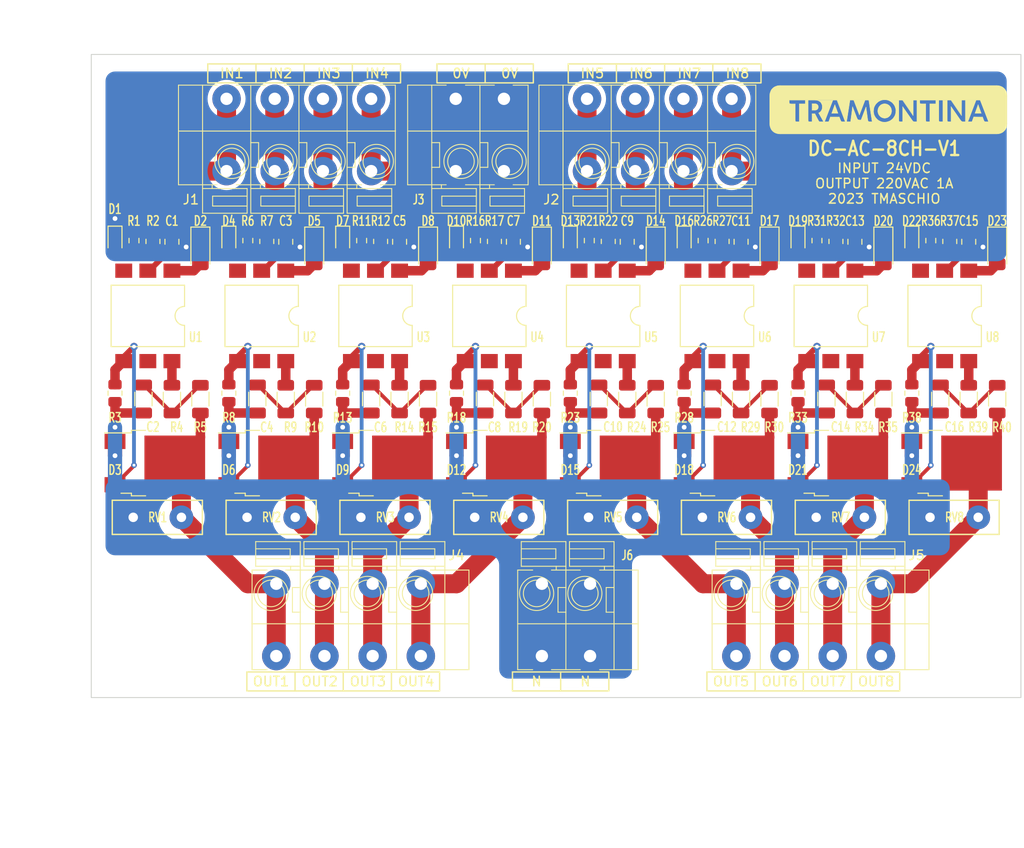
<source format=kicad_pcb>
(kicad_pcb (version 20221018) (generator pcbnew)
  (layers (0 "F.Cu" signal) (31 "B.Cu" signal) (34 "B.Paste" user) (35 "F.Paste" user) (36 "B.SilkS" user "B.Silkscreen") (37 "F.SilkS" user "F.Silkscreen") (38 "B.Mask" user) (39 "F.Mask" user) (44 "Edge.Cuts" user))
  (net 0 "")
  (net 1 "GND")
  (net 2 "Net-(D2-K)")
  (net 3 "Net-(C2-Pad1)")
  (net 4 "NEUTRAL")
  (net 5 "Net-(D5-K)")
  (net 6 "Net-(C4-Pad1)")
  (net 7 "Net-(D8-K)")
  (net 8 "Net-(C6-Pad1)")
  (net 9 "Net-(D11-K)")
  (net 10 "Net-(C8-Pad1)")
  (net 11 "Net-(D17-K)")
  (net 12 "Net-(D20-K)")
  (net 13 "Net-(C14-Pad1)")
  (net 14 "Net-(C16-Pad1)")
  (net 15 "Net-(D1-A)")
  (net 16 "Net-(D2-A)")
  (net 17 "Net-(D3-A2)")
  (net 18 "Net-(D3-G)")
  (net 19 "Net-(D4-A)")
  (net 20 "Net-(D5-A)")
  (net 21 "Net-(D6-A2)")
  (net 22 "Net-(D6-G)")
  (net 23 "Net-(D7-A)")
  (net 24 "Net-(D8-A)")
  (net 25 "Net-(D9-A2)")
  (net 26 "Net-(D9-G)")
  (net 27 "Net-(D10-A)")
  (net 28 "Net-(D11-A)")
  (net 29 "Net-(D12-A2)")
  (net 30 "Net-(D12-G)")
  (net 31 "Net-(D13-A)")
  (net 32 "Net-(D14-A)")
  (net 33 "Net-(D16-A)")
  (net 34 "Net-(D17-A)")
  (net 35 "Net-(D19-A)")
  (net 36 "Net-(D20-A)")
  (net 37 "Net-(D21-A2)")
  (net 38 "Net-(D21-G)")
  (net 39 "Net-(D24-A2)")
  (net 40 "Net-(D24-G)")
  (net 41 "Net-(J1-Pin_1)")
  (net 42 "Net-(J1-Pin_2)")
  (net 43 "Net-(J1-Pin_3)")
  (net 44 "Net-(J1-Pin_4)")
  (net 45 "Net-(R4-Pad2)")
  (net 46 "Net-(R9-Pad2)")
  (net 47 "Net-(R14-Pad2)")
  (net 48 "Net-(R19-Pad2)")
  (net 49 "Net-(R34-Pad2)")
  (net 66 "Net-(D14-K)")
  (net 67 "Net-(C10-Pad1)")
  (net 68 "Net-(C12-Pad1)")
  (net 69 "Net-(D23-K)")
  (net 70 "Net-(D15-A2)")
  (net 71 "Net-(D15-G)")
  (net 72 "Net-(D18-A2)")
  (net 73 "Net-(D18-G)")
  (net 74 "Net-(D22-A)")
  (net 75 "Net-(D23-A)")
  (net 76 "Net-(R24-Pad2)")
  (net 77 "Net-(R29-Pad2)")
  (net 78 "Net-(R39-Pad2)")
  (net 79 "Net-(J2-Pin_1)")
  (net 80 "Net-(J2-Pin_2)")
  (net 81 "Net-(J2-Pin_3)")
  (net 82 "Net-(J2-Pin_4)")
  (footprint "Tales:R_0805_2012Metric" (layer "F.Cu") (at 154.5 81.9125 -90)
    (fp_text reference "R22")
    (fp_text value "1k8/125mW")
  )
  (footprint "Tales:R_0603_1608Metric" (layer "F.Cu") (at 104.5 81.825 -90)
    (fp_text reference "R1")
    (fp_text value "5,6k/100mW")
  )
  (footprint "Tales:C_1206_3216Metric" (layer "F.Cu") (at 129.5 98.525 -90)
    (fp_text reference "C6")
    (fp_text value "22nF/630V")
  )
  (footprint "Tales:R_1206_3216Metric" (layer "F.Cu") (at 159.5 98.5375 90)
    (fp_text reference "R25")
    (fp_text value "51R/250mW")
  )
  (footprint "Tales:TO-252-2" (layer "F.Cu") (at 166.7 105.28)
    (fp_text reference "D18")
    (fp_text value "T435-600B")
  )
  (footprint "Tales:LED_0603_1608Metric" (layer "F.Cu") (at 126.5 81.7875 -90)
    (fp_text reference "D7")
    (fp_text value "GREEN")
  )
  (footprint "Tales:C_0805_2012Metric" (layer "F.Cu") (at 168.5 81.95 -90)
    (fp_text reference "C11")
    (fp_text value "33nF/50V")
  )
  (footprint "Tales:C_1206_3216Metric" (layer "F.Cu") (at 105.5 98.525 -90)
    (fp_text reference "C2")
    (fp_text value "22nF/630V")
  )
  (footprint "Tales:SMDIP-6_W9.53mm_Clearance8mm" (layer "F.Cu") (at 189.96 89.765 -90)
    (fp_text reference "U8")
    (fp_text value "MOC3063S")
  )
  (footprint "Tales:TerminalBlock_Dibo_DB142V-5.08-4P_1x04_P5.08mm_Vertical" (layer "F.Cu") (at 119.5 125.62)
    (fp_text reference "J4")
    (fp_text value "DB142V-5.08-4P")
  )
  (footprint "Tales:LED_0603_1608Metric" (layer "F.Cu") (at 162.5 81.7875 -90)
    (fp_text reference "D16")
    (fp_text value "GREEN")
  )
  (footprint "Tales:LED_0603_1608Metric" (layer "F.Cu") (at 150.5 81.7875 -90)
    (fp_text reference "D13")
    (fp_text value "GREEN")
  )
  (footprint "Tales:R_0603_1608Metric" (layer "F.Cu") (at 176.5 81.825 -90)
    (fp_text reference "R31")
    (fp_text value "5,6k/100mW")
  )
  (footprint "Tales:D_SOD-123" (layer "F.Cu") (at 147.5 82.65 -90)
    (fp_text reference "D11")
    (fp_text value "9V1/500mW")
  )
  (footprint "Tales:R_0805_2012Metric" (layer "F.Cu") (at 138.5 97.9125 -90)
    (fp_text reference "R18")
    (fp_text value "390R/125mW")
  )
  (footprint "Tales:R_0603_1608Metric" (layer "F.Cu") (at 152.5 81.825 -90)
    (fp_text reference "R21")
    (fp_text value "5,6k/100mW")
  )
  (footprint "Tales:R_0805_2012Metric" (layer "F.Cu") (at 130.5 81.9125 -90)
    (fp_text reference "R12")
    (fp_text value "1k8/125mW")
  )
  (footprint "Tales:R_0805_2012Metric" (layer "F.Cu") (at 166.5 81.9125 -90)
    (fp_text reference "R27")
    (fp_text value "1k8/125mW")
  )
  (footprint "Tales:TerminalBlock_Dibo_DB142V-5.08-4P_1x04_P5.08mm_Vertical" (layer "F.Cu") (at 167.5 66.88 180)
    (fp_text reference "J2")
    (fp_text value "DB142V-5.08-4P")
  )
  (footprint "Tales:R_1206_3216Metric" (layer "F.Cu") (at 135.5 98.5375 90)
    (fp_text reference "R15")
    (fp_text value "51R/250mW")
  )
  (footprint "Tales:C_0805_2012Metric" (layer "F.Cu") (at 120.5 81.95 -90)
    (fp_text reference "C3")
    (fp_text value "33nF/50V")
  )
  (footprint "Tales:C_1206_3216Metric" (layer "F.Cu") (at 117.5 98.525 -90)
    (fp_text reference "C4")
    (fp_text value "22nF/630V")
  )
  (footprint "Tales:SMDIP-6_W9.53mm_Clearance8mm" (layer "F.Cu") (at 165.96 89.765 -90)
    (fp_text reference "U6")
    (fp_text value "MOC3063S")
  )
  (footprint "Tales:D_SOD-123" (layer "F.Cu") (at 195.5 82.65 -90)
    (fp_text reference "D23")
    (fp_text value "9V1/500mW")
  )
  (footprint "Tales:R_1206_3216Metric" (layer "F.Cu") (at 123.5 98.5375 90)
    (fp_text reference "R10")
    (fp_text value "51R/250mW")
  )
  (footprint "Tales:LED_0603_1608Metric" (layer "F.Cu") (at 174.5 81.7875 -90)
    (fp_text reference "D19")
    (fp_text value "GREEN")
  )
  (footprint "Tales:LED_0603_1608Metric" (layer "F.Cu") (at 102.5 81.7875 -90)
    (fp_text reference "D1")
    (fp_text value "GREEN")
  )
  (footprint "Tales:SMDIP-6_W9.53mm_Clearance8mm" (layer "F.Cu") (at 141.96 89.765 -90)
    (fp_text reference "U4")
    (fp_text value "MOC3063S")
  )
  (footprint "Tales:C_0805_2012Metric" (layer "F.Cu") (at 156.5 81.95 -90)
    (fp_text reference "C9")
    (fp_text value "33nF/50V")
  )
  (footprint "Tales:TO-252-2" (layer "F.Cu") (at 130.7 105.28)
    (fp_text reference "D9")
    (fp_text value "T435-600B")
  )
  (footprint "Tales:R_0805_2012Metric" (layer "F.Cu") (at 126.5 97.9125 -90)
    (fp_text reference "R13")
    (fp_text value "390R/125mW")
  )
  (footprint "Tales:C_1206_3216Metric" (layer "F.Cu") (at 141.5 98.525 -90)
    (fp_text reference "C8")
    (fp_text value "22nF/630V")
  )
  (footprint "Tales:R_0805_2012Metric" (layer "F.Cu") (at 114.5 97.9125 -90)
    (fp_text reference "R8")
    (fp_text value "390R/125mW")
  )
  (footprint "Tales:TO-252-2" (layer "F.Cu") (at 142.7 105.28)
    (fp_text reference "D12")
    (fp_text value "T435-600B")
  )
  (footprint "Tales:R_1206_3216Metric" (layer "F.Cu") (at 132.5 98.5375 90)
    (fp_text reference "R14")
    (fp_text value "150R/250mW")
  )
  (footprint "Tales:C_0805_2012Metric" (layer "F.Cu") (at 132.5 81.95 -90)
    (fp_text reference "C5")
    (fp_text value "33nF/50V")
  )
  (footprint "Tales:R_1206_3216Metric" (layer "F.Cu") (at 168.5 98.5375 90)
    (fp_text reference "R29")
    (fp_text value "150R/250mW")
  )
  (footprint "Tales:TO-252-2" (layer "F.Cu") (at 106.7 105.28)
    (fp_text reference "D3")
    (fp_text value "T435-600B")
  )
  (footprint "Tales:R_1206_3216Metric" (layer "F.Cu") (at 171.5 98.5375 90)
    (fp_text reference "R30")
    (fp_text value "51R/250mW")
  )
  (footprint "Tales:R_0603_1608Metric" (layer "F.Cu") (at 140.5 81.825 -90)
    (fp_text reference "R16")
    (fp_text value "5,6k/100mW")
  )
  (footprint "Tales:D_SOD-123" (layer "F.Cu") (at 171.5 82.65 -90)
    (fp_text reference "D17")
    (fp_text value "9V1/500mW")
  )
  (footprint "Tales:RV_Disc_D9.50mm_W3.6mm_P5.08mm" (layer "F.Cu") (at 133.5 111 180)
    (fp_text reference "RV3")
    (fp_text value "275VAC")
  )
  (footprint "Tales:R_0805_2012Metric" (layer "F.Cu") (at 186.5 97.9125 -90)
    (fp_text reference "R38")
    (fp_text value "390R/125mW")
  )
  (footprint "Tales:TerminalBlock_Dibo_DB142V-5.08-4P_1x04_P5.08mm_Vertical" (layer "F.Cu") (at 129.5 66.88 180)
    (fp_text reference "J1")
    (fp_text value "DB142V-5.08-4P")
  )
  (footprint "Tales:R_0603_1608Metric" (layer "F.Cu") (at 128.5 81.825 -90)
    (fp_text reference "R11")
    (fp_text value "5,6k/100mW")
  )
  (footprint "Tales:TO-252-2" (layer "F.Cu") (at 118.7 105.28)
    (fp_text reference "D6")
    (fp_text value "T435-600B")
  )
  (footprint "Tales:R_1206_3216Metric" (layer "F.Cu") (at 192.5 98.5375 90)
    (fp_text reference "R39")
    (fp_text value "150R/250mW")
  )
  (footprint "Tales:SMDIP-6_W9.53mm_Clearance8mm" (layer "F.Cu") (at 153.96 89.765 -90)
    (fp_text reference "U5")
    (fp_text value "MOC3063S")
  )
  (footprint "Tales:RV_Disc_D9.50mm_W3.6mm_P5.08mm" (layer "F.Cu") (at 169.5 111 180)
    (fp_text reference "RV6")
    (fp_text value "275VAC")
  )
  (footprint "Tales:RV_Disc_D9.50mm_W3.6mm_P5.08mm" (layer "F.Cu") (at 181.5 111 180)
    (fp_text reference "RV7")
    (fp_text value "275VAC")
  )
  (footprint "Tales:R_0603_1608Metric" (layer "F.Cu") (at 116.5 81.825 -90)
    (fp_text reference "R6")
    (fp_text value "5,6k/100mW")
  )
  (footprint "Tales:R_0805_2012Metric" (layer "F.Cu") (at 174.5 97.9125 -90)
    (fp_text reference "R33")
    (fp_text value "390R/125mW")
  )
  (footprint "Tales:RV_Disc_D9.50mm_W3.6mm_P5.08mm" (layer "F.Cu") (at 157.5 111 180)
    (fp_text reference "RV5")
    (fp_text value "275VAC")
  )
  (footprint "Tales:TerminalBlock_Dibo_DB142V-5.08-2P_1x02_P5.08mm_Vertical" (layer "F.Cu") (at 147.5 125.62)
    (fp_text reference "J6")
    (fp_text value "DB142V-5.08-2P")
  )
  (footprint "Tales:R_0805_2012Metric" (layer "F.Cu") (at 178.5 81.9125 -90)
    (fp_text reference "R32")
    (fp_text value "1k8/125mW")
  )
  (footprint "Tales:RV_Disc_D9.50mm_W3.6mm_P5.08mm" (layer "F.Cu") (at 145.5 111 180)
    (fp_text reference "RV4")
    (fp_text value "275VAC")
  )
  (footprint "Tales:C_1206_3216Metric" (layer "F.Cu") (at 153.5 98.525 -90)
    (fp_text reference "C10")
    (fp_text value "22nF/630V")
  )
  (footprint "Tales:R_0805_2012Metric" (layer "F.Cu") (at 106.5 81.9125 -90)
    (fp_text reference "R2")
    (fp_text value "1k8/125mW")
  )
  (footprint "Tales:D_SOD-123" (layer "F.Cu") (at 135.5 82.65 -90)
    (fp_text reference "D8")
    (fp_text value "9V1/500mW")
  )
  (footprint "Tales:R_1206_3216Metric" (layer "F.Cu") (at 147.5 98.5375 90)
    (fp_text reference "R20")
    (fp_text value "51R/250mW")
  )
  (footprint "Tales:TO-252-2" (layer "F.Cu") (at 190.7 105.28)
    (fp_text reference "D24")
    (fp_text value "T435-600B")
  )
  (footprint "Tales:R_0805_2012Metric" (layer "F.Cu") (at 118.5 81.9125 -90)
    (fp_text reference "R7")
    (fp_text value "1k8/125mW")
  )
  (footprint "Tales:R_0805_2012Metric" (layer "F.Cu") (at 190.5 81.9125 -90)
    (fp_text reference "R37")
    (fp_text value "1k8/125mW")
  )
  (footprint "Tales:D_SOD-123" (layer "F.Cu") (at 183.5 82.65 -90)
    (fp_text reference "D20")
    (fp_text value "9V1/500mW")
  )
  (footprint "Tales:RV_Disc_D9.50mm_W3.6mm_P5.08mm" (layer "F.Cu") (at 109.5 111 180)
    (fp_text reference "RV1")
    (fp_text value "275VAC")
  )
  (footprint "Tales:C_0805_2012Metric" (layer "F.Cu") (at 180.5 81.95 -90)
    (fp_text reference "C13")
    (fp_text value "33nF/50V")
  )
  (footprint "Tales:TerminalBlock_Dibo_DB142V-5.08-2P_1x02_P5.08mm_Vertical" (layer "F.Cu") (at 143.5 66.88 180)
    (fp_text reference "J3")
    (fp_text value "DB142V-5.08-2P")
  )
  (footprint "Tales:C_1206_3216Metric" (layer "F.Cu") (at 177.5 98.525 -90)
    (fp_text reference "C14")
    (fp_text value "22nF/630V")
  )
  (footprint "Tales:R_1206_3216Metric" (layer "F.Cu") (at 111.5 98.5375 90)
    (fp_text reference "R5")
    (fp_text value "51R/250mW")
  )
  (footprint "Tales:TO-252-2" (layer "F.Cu") (at 154.7 105.28)
    (fp_text reference "D15")
    (fp_text value "T435-600B")
  )
  (footprint "Tales:LED_0603_1608Metric" (layer "F.Cu") (at 138.5 81.7875 -90)
    (fp_text reference "D10")
    (fp_text value "GREEN")
  )
  (footprint "Tales:SMDIP-6_W9.53mm_Clearance8mm" (layer "F.Cu") (at 117.96 89.765 -90)
    (fp_text reference "U2")
    (fp_text value "MOC3063S")
  )
  (footprint "Tales:C_0805_2012Metric" (layer "F.Cu") (at 144.5 81.95 -90)
    (fp_text reference "C7")
    (fp_text value "33nF/50V")
  )
  (footprint "Tales:R_1206_3216Metric" (layer "F.Cu") (at 183.5 98.5375 90)
    (fp_text reference "R35")
    (fp_text value "51R/250mW")
  )
  (footprint "Tales:RV_Disc_D9.50mm_W3.6mm_P5.08mm" (layer "F.Cu") (at 121.5 111 180)
    (fp_text reference "RV2")
    (fp_text value "275VAC")
  )
  (footprint "Tales:D_SOD-123" (layer "F.Cu") (at 111.5 82.65 -90)
    (fp_text reference "D2")
    (fp_text value "9V1/500mW")
  )
  (footprint "Tales:RV_Disc_D9.50mm_W3.6mm_P5.08mm" (layer "F.Cu") (at 193.5 111 180)
    (fp_text reference "RV8")
    (fp_text value "275VAC")
  )
  (footprint "Tales:C_1206_3216Metric" (layer "F.Cu") (at 189.5 98.525 -90)
    (fp_text reference "C16")
    (fp_text value "22nF/630V")
  )
  (footprint "Tales:TerminalBlock_Dibo_DB142V-5.08-4P_1x04_P5.08mm_Vertical" (layer "F.Cu") (at 168 125.62)
    (fp_text reference "J5")
    (fp_text value "DB142V-5.08-4P")
  )
  (footprint "Tales:Logo_Tramontina_25mm_Silk" (layer "F.Cu") (at 184.092 68)
    (fp_text reference "REF**" hide)
    (fp_text value "Logo_Tramontina_25mm_Silk" hide)
  )
  (footprint "Tales:R_1206_3216Metric" (layer "F.Cu") (at 156.5 98.5375 90)
    (fp_text reference "R24")
    (fp_text value "150R/250mW")
  )
  (footprint "Tales:C_0805_2012Metric" (layer "F.Cu") (at 108.5 81.95 -90)
    (fp_text reference "C1")
    (fp_text value "33nF/50V")
  )
  (footprint "Tales:R_0805_2012Metric" (layer "F.Cu") (at 162.5 97.9125 -90)
    (fp_text reference "R28")
    (fp_text value "390R/125mW")
  )
  (footprint "Tales:D_SOD-123" (layer "F.Cu") (at 123.5 82.65 -90)
    (fp_text reference "D5")
    (fp_text value "9V1/500mW")
  )
  (footprint "Tales:LED_0603_1608Metric" (layer "F.Cu") (at 114.5 81.7875 -90)
    (fp_text reference "D4")
    (fp_text value "GREEN")
  )
  (footprint "Tales:R_1206_3216Metric" (layer "F.Cu") (at 180.5 98.5375 90)
    (fp_text reference "R34")
    (fp_text value "150R/250mW")
  )
  (footprint "Tales:TO-252-2" (layer "F.Cu") (at 178.7 105.28)
    (fp_text reference "D21")
    (fp_text value "T435-600B")
  )
  (footprint "Tales:LED_0603_1608Metric" (layer "F.Cu") (at 186.5 81.7875 -90)
    (fp_text reference "D22")
    (fp_text value "GREEN")
  )
  (footprint "Tales:C_1206_3216Metric" (layer "F.Cu") (at 165.5 98.525 -90)
    (fp_text reference "C12")
    (fp_text value "22nF/630V")
  )
  (footprint "Tales:SMDIP-6_W9.53mm_Clearance8mm" (layer "F.Cu") (at 105.96 89.765 -90)
    (fp_text reference "U1")
    (fp_text value "MOC3063S")
  )
  (footprint "Tales:SMDIP-6_W9.53mm_Clearance8mm" (layer "F.Cu") (at 129.96 89.765 -90)
    (fp_text reference "U3")
    (fp_text value "MOC3063S")
  )
  (footprint "Tales:R_1206_3216Metric" (layer "F.Cu") (at 108.5 98.5375 90)
    (fp_text reference "R4")
    (fp_text value "150R/250mW")
  )
  (footprint "Tales:SMDIP-6_W9.53mm_Clearance8mm" (layer "F.Cu") (at 177.96 89.765 -90)
    (fp_text reference "U7")
    (fp_text value "MOC3063S")
  )
  (footprint "Tales:R_1206_3216Metric" (layer "F.Cu") (at 195.5 98.5375 90)
    (fp_text reference "R40")
    (fp_text value "51R/250mW")
  )
  (footprint "Tales:R_0603_1608Metric" (layer "F.Cu") (at 188.5 81.825 -90)
    (fp_text reference "R36")
    (fp_text value "5,6k/100mW")
  )
  (footprint "Tales:R_0805_2012Metric" (layer "F.Cu") (at 102.5 97.9125 -90)
    (fp_text reference "R3")
    (fp_text value "390R/125mW")
  )
  (footprint "Tales:C_0805_2012Metric" (layer "F.Cu") (at 192.5 81.95 -90)
    (fp_text reference "C15")
    (fp_text value "33nF/50V")
  )
  (footprint "Tales:R_1206_3216Metric" (layer "F.Cu") (at 144.5 98.5375 90)
    (fp_text reference "R19")
    (fp_text value "150R/250mW")
  )
  (footprint "Tales:R_1206_3216Metric" (layer "F.Cu") (at 120.5 98.5375 90)
    (fp_text reference "R9")
    (fp_text value "150R/250mW")
  )
  (footprint "Tales:R_0603_1608Metric" (layer "F.Cu") (at 164.5 81.825 -90)
    (fp_text reference "R26")
    (fp_text value "5,6k/100mW")
  )
  (footprint "Tales:R_0805_2012Metric" (layer "F.Cu") (at 150.5 97.9125 -90)
    (fp_text reference "R23")
    (fp_text value "390R/125mW")
  )
  (footprint "Tales:D_SOD-123" (layer "F.Cu") (at 159.5 82.65 -90)
    (fp_text reference "D14")
    (fp_text value "9V1/500mW")
  )
  (footprint "Tales:R_0805_2012Metric" (layer "F.Cu") (at 142.5 81.9125 -90)
    (fp_text reference "R17")
    (fp_text value "1k8/125mW")
  )
  (gr_line (start 155.36 63.2) (end 155.36 65.2) (stroke (width 0.15)) (layer "F.SilkS"))
  (gr_line (start 131.64 127.3) (end 131.64 129.3) (stroke (width 0.15)) (layer "F.SilkS"))
  (gr_rect (start 112.28 63.2) (end 132.6 65.2) (stroke (width 0.15)) (fill none) (layer "F.SilkS"))
  (gr_line (start 165.52 63.2) (end 165.52 65.2) (stroke (width 0.15)) (layer "F.SilkS"))
  (gr_line (start 149.48 127.3) (end 149.48 129.3) (stroke (width 0.15)) (layer "F.SilkS"))
  (gr_line (start 121.48 127.3) (end 121.48 129.3) (stroke (width 0.15)) (layer "F.SilkS"))
  (gr_rect (start 150.28 63.2) (end 170.6 65.2) (stroke (width 0.15)) (fill none) (layer "F.SilkS"))
  (gr_rect (start 144.4 127.3) (end 154.56 129.3) (stroke (width 0.15)) (fill none) (layer "F.SilkS"))
  (gr_line (start 169.98 127.3) (end 169.98 129.3) (stroke (width 0.15)) (layer "F.SilkS"))
  (gr_rect (start 136.44 63.2) (end 146.6 65.2) (stroke (width 0.15)) (fill none) (layer "F.SilkS"))
  (gr_line (start 175.06 127.3) (end 175.06 129.3) (stroke (width 0.15)) (layer "F.SilkS"))
  (gr_line (start 126.56 127.3) (end 126.56 129.3) (stroke (width 0.15)) (layer "F.SilkS"))
  (gr_line (start 141.52 63.2) (end 141.52 65.2) (stroke (width 0.15)) (layer "F.SilkS"))
  (gr_line (start 127.52 63.2) (end 127.52 65.2) (stroke (width 0.15)) (layer "F.SilkS"))
  (gr_line (start 117.36 63.2) (end 117.36 65.2) (stroke (width 0.15)) (layer "F.SilkS"))
  (gr_rect (start 116.4 127.3) (end 136.72 129.3) (stroke (width 0.15)) (fill none) (layer "F.SilkS"))
  (gr_rect (start 164.9 127.3) (end 185.22 129.3) (stroke (width 0.15)) (fill none) (layer "F.SilkS"))
  (gr_line (start 180.14 127.3) (end 180.14 129.3) (stroke (width 0.15)) (layer "F.SilkS"))
  (gr_line (start 160.44 63.2) (end 160.44 65.2) (stroke (width 0.15)) (layer "F.SilkS"))
  (gr_line (start 122.44 63.2) (end 122.44 65.2) (stroke (width 0.15)) (layer "F.SilkS"))
  (gr_rect (start 100 62.2) (end 198 130) (stroke (width 0.1)) (fill none) (layer "Edge.Cuts"))
  (gr_text "IN8" (at 168.12 64.2) (layer "F.SilkS") (effects (font (size 1 1) (thickness 0.16) bold)))
  (gr_text "0V" (at 138.98 64.2) (layer "F.SilkS") (effects (font (size 1 1) (thickness 0.16) bold)))
  (gr_text "OUT8" (at 182.74 128.3) (layer "F.SilkS") (effects (font (size 1 1) (thickness 0.16) bold)))
  (gr_text "IN3" (at 125.04 64.2) (layer "F.SilkS") (effects (font (size 1 1) (thickness 0.16) bold)))
  (gr_text "N" (at 146.94 128.3) (layer "F.SilkS") (effects (font (size 1 1) (thickness 0.16) bold)))
  (gr_text "OUT4" (at 134.24 128.3) (layer "F.SilkS") (effects (font (size 1 1) (thickness 0.16) bold)))
  (gr_text "OUT2" (at 124.08 128.3) (layer "F.SilkS") (effects (font (size 1 1) (thickness 0.16) bold)))
  (gr_text "N" (at 152.08 128.3) (layer "F.SilkS") (effects (font (size 1 1) (thickness 0.16) bold)))
  (gr_text "DC-AC-8CH-V1" (at 183.592 73) (layer "F.SilkS") (effects (font (size 1.5 1.3) (thickness 0.25) bold) (justify bottom)))
  (gr_text "IN7" (at 163.04 64.2) (layer "F.SilkS") (effects (font (size 1 1) (thickness 0.16) bold)))
  (gr_text "OUT1" (at 118.94 128.3) (layer "F.SilkS") (effects (font (size 1 1) (thickness 0.16) bold)))
  (gr_text "INPUT 24VDC\nOUTPUT 220VAC 1A\n2023 TMASCHIO" (at 183.592 78) (layer "F.SilkS") (effects (font (size 1 1)) (justify bottom)))
  (gr_text "IN4" (at 130.12 64.2) (layer "F.SilkS") (effects (font (size 1 1) (thickness 0.16) bold)))
  (gr_text "OUT3" (at 129.16 128.3) (layer "F.SilkS") (effects (font (size 1 1) (thickness 0.16) bold)))
  (gr_text "OUT7" (at 177.66 128.3) (layer "F.SilkS") (effects (font (size 1 1) (thickness 0.16) bold)))
  (gr_text "0V" (at 144.12 64.2) (layer "F.SilkS") (effects (font (size 1 1) (thickness 0.16) bold)))
  (gr_text "IN1" (at 114.82 64.2) (layer "F.SilkS") (effects (font (size 1 1) (thickness 0.16) bold)))
  (gr_text "IN5" (at 152.82 64.2) (layer "F.SilkS") (effects (font (size 1 1) (thickness 0.16) bold)))
  (gr_text "OUT5" (at 167.44 128.3) (layer "F.SilkS") (effects (font (size 1 1) (thickness 0.16) bold)))
  (gr_text "IN6" (at 157.96 64.2) (layer "F.SilkS") (effects (font (size 1 1) (thickness 0.16) bold)))
  (gr_text "IN2" (at 119.96 64.2) (layer "F.SilkS") (effects (font (size 1 1) (thickness 0.16) bold)))
  (gr_text "OUT6" (at 172.58 128.3) (layer "F.SilkS") (effects (font (size 1 1) (thickness 0.16) bold)))
  (segment (start 133.6 82.9) (end 134 82.5) (width 0.8) (layer "F.Cu") (net 1))
  (segment (start 192.5 82.9) (end 193.6 82.9) (width 0.8) (layer "F.Cu") (net 1))
  (segment (start 117.96 85) (end 118.1 85) (width 0.6) (layer "F.Cu") (net 1))
  (segment (start 156.2 82.9) (end 156.5 82.9) (width 0.6) (layer "F.Cu") (net 1))
  (segment (start 113 82.5) (end 110 82.5) (width 0.8) (layer "F.Cu") (net 1))
  (segment (start 141.96 85) (end 142.1 85) (width 0.6) (layer "F.Cu") (net 1))
  (segment (start 132.2 82.9) (end 132.5 82.9) (width 0.6) (layer "F.Cu") (net 1))
  (segment (start 126.5 81) (end 125 82.5) (width 0.8) (layer "F.Cu") (net 1))
  (segment (start 149 82.5) (end 146 82.5) (width 0.8) (layer "F.Cu") (net 1))
  (segment (start 108.2 82.9) (end 108.5 82.9) (width 0.6) (layer "F.Cu") (net 1))
  (segment (start 166 85) (end 168.1 82.9) (width 0.6) (layer "F.Cu") (net 1))
  (segment (start 173 82.5) (end 170 82.5) (width 0.8) (layer "F.Cu") (net 1))
  (segment (start 180.5 82.9) (end 181.6 82.9) (width 0.8) (layer "F.Cu") (net 1))
  (segment (start 102.5 81) (end 102.5 79.5) (width 0.8) (layer "F.Cu") (net 1))
  (segment (start 129.96 85) (end 130.1 85) (width 0.6) (layer "F.Cu") (net 1))
  (segment (start 109.6 82.9) (end 110 82.5) (width 0.8) (layer "F.Cu") (net 1))
  (segment (start 120.5 82.9) (end 121.6 82.9) (width 0.8) (layer "F.Cu") (net 1))
  (segment (start 121.6 82.9) (end 122 82.5) (width 0.8) (layer "F.Cu") (net 1))
  (segment (start 125 82.5) (end 122 82.5) (width 0.8) (layer "F.Cu") (net 1))
  (segment (start 189.96 85) (end 190.1 85) (width 0.6) (layer "F.Cu") (net 1))
  (segment (start 105.96 85) (end 106.1 85) (width 0.6) (layer "F.Cu") (net 1))
  (segment (start 192.2 82.9) (end 192.5 82.9) (width 0.6) (layer "F.Cu") (net 1))
  (segment (start 186.5 81) (end 185 82.5) (width 0.8) (layer "F.Cu") (net 1))
  (segment (start 106.1 85) (end 108.2 82.9) (width 0.6) (layer "F.Cu") (net 1))
  (segment (start 120.2 82.9) (end 120.5 82.9) (width 0.6) (layer "F.Cu") (net 1))
  (segment (start 157.6 82.9) (end 158 82.5) (width 0.8) (layer "F.Cu") (net 1))
  (segment (start 193.6 82.9) (end 194 82.5) (width 0.8) (layer "F.Cu") (net 1))
  (segment (start 168.5 82.9) (end 169.6 82.9) (width 0.8) (layer "F.Cu") (net 1))
  (segment (start 153.96 85) (end 154.1 85) (width 0.6) (layer "F.Cu") (net 1))
  (segment (start 108.5 82.9) (end 109.6 82.9) (width 0.8) (layer "F.Cu") (net 1))
  (segment (start 144.2 82.9) (end 144.5 82.9) (width 0.6) (layer "F.Cu") (net 1))
  (segment (start 180.2 82.9) (end 180.5 82.9) (width 0.6) (layer "F.Cu") (net 1))
  (segment (start 118.1 85) (end 120.2 82.9) (width 0.6) (layer "F.Cu") (net 1))
  (segment (start 150.5 81) (end 149 82.5) (width 0.8) (layer "F.Cu") (net 1))
  (segment (start 144.5 82.9) (end 145.6 82.9) (width 0.8) (layer "F.Cu") (net 1))
  (segment (start 178.1 85) (end 180.2 82.9) (width 0.6) (layer "F.Cu") (net 1))
  (segment (start 114.5 81) (end 113 82.5) (width 0.8) (layer "F.Cu") (net 1))
  (segment (start 181.6 82.9) (end 182 82.5) (width 0.8) (layer "F.Cu") (net 1))
  (segment (start 190.1 85) (end 192.2 82.9) (width 0.6) (layer "F.Cu") (net 1))
  (segment (start 168.1 82.9) (end 168.5 82.9) (width 0.6) (layer "F.Cu") (net 1))
  (segment (start 165.96 85) (end 166 85) (width 0.6) (layer "F.Cu") (net 1))
  (segment (start 132.5 82.9) (end 133.6 82.9) (width 0.8) (layer "F.Cu") (net 1))
  (segment (start 137 82.5) (end 134 82.5) (width 0.8) (layer "F.Cu") (net 1))
  (segment (start 177.96 85) (end 178.1 85) (width 0.6) (layer "F.Cu") (net 1))
  (segment (start 162.5 81) (end 161 82.5) (width 0.8) (layer "F.Cu") (net 1))
  (segment (start 185 82.5) (end 182 82.5) (width 0.8) (layer "F.Cu") (net 1))
  (segment (start 156.5 82.9) (end 157.6 82.9) (width 0.8) (layer "F.Cu") (net 1))
  (segment (start 130.1 85) (end 132.2 82.9) (width 0.6) (layer "F.Cu") (net 1))
  (segment (start 169.6 82.9) (end 170 82.5) (width 0.8) (layer "F.Cu") (net 1))
  (segment (start 138.5 81) (end 137 82.5) (width 0.8) (layer "F.Cu") (net 1))
  (segment (start 154.1 85) (end 156.2 82.9) (width 0.6) (layer "F.Cu") (net 1))
  (segment (start 145.6 82.9) (end 146 82.5) (width 0.8) (layer "F.Cu") (net 1))
  (segment (start 142.1 85) (end 144.2 82.9) (width 0.6) (layer "F.Cu") (net 1))
  (segment (start 161 82.5) (end 158 82.5) (width 0.8) (layer "F.Cu") (net 1))
  (segment (start 174.5 81) (end 173 82.5) (width 0.8) (layer "F.Cu") (net 1))
  (via (at 122 82.5) (size 1.2) (drill 0.5) (layers "F.Cu" "B.Cu") (net 1))
  (via (at 134 82.5) (size 1.2) (drill 0.5) (layers "F.Cu" "B.Cu") (net 1))
  (via (at 146 82.5) (size 1.2) (drill 0.5) (layers "F.Cu" "B.Cu") (net 1))
  (via (at 102.5 79.5) (size 1.2) (drill 0.5) (layers "F.Cu" "B.Cu") (net 1))
  (via (at 194 82.5) (size 1.2) (drill 0.5) (layers "F.Cu" "B.Cu") (net 1))
  (via (at 158 82.5) (size 1.2) (drill 0.5) (layers "F.Cu" "B.Cu") (net 1))
  (via (at 170 82.5) (size 1.2) (drill 0.5) (layers "F.Cu" "B.Cu") (net 1))
  (via (at 182 82.5) (size 1.2) (drill 0.5) (layers "F.Cu" "B.Cu") (net 1))
  (via (at 110 82.5) (size 1.2) (drill 0.5) (layers "F.Cu" "B.Cu") (net 1))
  (segment (start 105.5 82.5) (end 102.5 79.5) (width 1) (layer "B.Cu") (net 1))
  (segment (start 146 82.5) (end 134 82.5) (width 1) (layer "B.Cu") (net 1))
  (segment (start 138.42 74.5) (end 143.5 74.5) (width 2) (layer "B.Cu") (net 1))
  (segment (start 170 82.5) (end 158 82.5) (width 1) (layer "B.Cu") (net 1))
  (segment (start 194 82.5) (end 182 82.5) (width 1) (layer "B.Cu") (net 1))
  (segment (start 146 79) (end 146 82.5) (width 1) (layer "B.Cu") (net 1))
  (segment (start 138.42 66.88) (end 138.42 74.5) (width 2) (layer "B.Cu") (net 1))
  (segment (start 134 82.5) (end 122 82.5) (width 1) (layer "B.Cu") (net 1))
  (segment (start 110 82.5) (end 105.5 82.5) (width 1) (layer "B.Cu") (net 1))
  (segment (start 143.5 74.5) (end 143.5 76.5) (width 2) (layer "B.Cu") (net 1))
  (segment (start 143.5 66.88) (end 143.5 74.5) (width 2) (layer "B.Cu") (net 1))
  (segment (start 158 82.5) (end 146 82.5) (width 1) (layer "B.Cu") (net 1))
  (segment (start 182 82.5) (end 170 82.5) (width 1) (layer "B.Cu") (net 1))
  (segment (start 143.5 76.5) (end 146 79) (width 1) (layer "B.Cu") (net 1))
  (segment (start 122 82.5) (end 110 82.5) (width 1) (layer "B.Cu") (net 1))
  (segment (start 111.5 81) (end 108.5 81) (width 0.8) (layer "F.Cu") (net 2))
  (segment (start 108.5 81) (end 106.5 81) (width 0.8) (layer "F.Cu") (net 2))
  (segment (start 105.5 97.05) (end 105.55 97.05) (width 0.4) (layer "F.Cu") (net 3))
  (segment (start 111.425 97.075) (end 108.5 100) (width 0.4) (layer "F.Cu") (net 3))
  (segment (start 105.55 97.05) (end 108.5 100) (width 0.4) (layer "F.Cu") (net 3))
  (segment (start 111.5 97.075) (end 111.425 97.075) (width 0.4) (layer "F.Cu") (net 3))
  (segment (start 102.5 98.825) (end 102.5 100) (width 1) (layer "F.Cu") (net 4))
  (segment (start 102.5 101.5) (end 102.5 103) (width 1) (layer "F.Cu") (net 4))
  (segment (start 162.5 101.5) (end 162.5 103) (width 1) (layer "F.Cu") (net 4))
  (segment (start 174.5 100) (end 174.5 101.5) (width 1) (layer "F.Cu") (net 4))
  (segment (start 114.5 100) (end 114.5 101.5) (width 1) (layer "F.Cu") (net 4))
  (segment (start 126.5 103) (end 126.5 104.5) (width 1.5) (layer "F.Cu") (net 4))
  (segment (start 114.5 101.5) (end 114.5 103) (width 1) (layer "F.Cu") (net 4))
  (segment (start 129.5 100) (end 126.5 100) (width 1) (layer "F.Cu") (net 4))
  (segment (start 114.5 103) (end 114.5 104.5) (width 1.5) (layer "F.Cu") (net 4))
  (segment (start 174.5 103) (end 174.5 104.5) (width 1.5) (layer "F.Cu") (net 4))
  (segment (start 141.5 100) (end 138.5 100) (width 1) (layer "F.Cu") (net 4))
  (segment (start 126.5 101.5) (end 126.5 103) (width 1) (layer "F.Cu") (net 4))
  (segment (start 138.5 100) (end 138.5 101.5) (width 1) (layer "F.Cu") (net 4))
  (segment (start 126.5 98.825) (end 126.5 100) (width 1) (layer "F.Cu") (net 4))
  (segment (start 105.5 100) (end 102.5 100) (width 1) (layer "F.Cu") (net 4))
  (segment (start 186.5 101.5) (end 186.5 103) (width 1) (layer "F.Cu") (net 4))
  (segment (start 162.5 100) (end 162.5 101.5) (width 1) (layer "F.Cu") (net 4))
  (segment (start 189.5 100) (end 186.5 100) (width 1) (layer "F.Cu") (net 4))
  (segment (start 138.5 101.5) (end 138.5 103) (width 1) (layer "F.Cu") (net 4))
  (segment (start 150.5 103) (end 150.5 104.5) (width 1.5) (layer "F.Cu") (net 4))
  (segment (start 150.5 100) (end 150.5 101.5) (width 1) (layer "F.Cu") (net 4))
  (segment (start 138.5 103) (end 138.5 104.5) (width 1.5) (layer "F.Cu") (net 4))
  (segment (start 117.5 100) (end 114.5 100) (width 1) (layer "F.Cu") (net 4))
  (segment (start 162.5 98.825) (end 162.5 100) (width 1) (layer "F.Cu") (net 4))
  (segment (start 177.5 100) (end 174.5 100) (width 1) (layer "F.Cu") (net 4))
  (segment (start 186.5 103) (end 186.5 104.5) (width 1.5) (layer "F.Cu") (net 4))
  (segment (start 102.5 100) (end 102.5 101.5) (width 1) (layer "F.Cu") (net 4))
  (segment (start 174.5 98.825) (end 174.5 100) (width 1) (layer "F.Cu") (net 4))
  (segment (start 150.5 101.5) (end 150.5 103) (width 1) (layer "F.Cu") (net 4))
  (segment (start 126.5 100) (end 126.5 101.5) (width 1) (layer "F.Cu") (net 4))
  (segment (start 114.5 98.825) (end 114.5 100) (width 1) (layer "F.Cu") (net 4))
  (segment (start 138.5 98.825) (end 138.5 100) (width 1) (layer "F.Cu") (net 4))
  (segment (start 165.5 100) (end 162.5 100) (width 1) (layer "F.Cu") (net 4))
  (segment (start 162.5 103) (end 162.5 104.5) (width 1.5) (layer "F.Cu") (net 4))
  (segment (start 153.5 100) (end 150.5 100) (width 1) (layer "F.Cu") (net 4))
  (segment (start 186.5 98.825) (end 186.5 100) (width 1) (layer "F.Cu") (net 4))
  (segment (start 174.5 101.5) (end 174.5 103) (width 1) (layer "F.Cu") (net 4))
  (segment (start 186.5 100) (end 186.5 101.5) (width 1) (layer "F.Cu") (net 4))
  (segment (start 150.5 98.825) (end 150.5 100) (width 1) (layer "F.Cu") (net 4))
  (segment (start 102.5 103) (end 102.5 104.5) (width 1.5) (layer "F.Cu") (net 4))
  (via (at 174.5 104.5) (size 1.3) (drill 0.5) (layers "F.Cu" "B.Cu") (net 4))
  (via (at 114.5 104.5) (size 1.3) (drill 0.5) (layers "F.Cu" "B.Cu") (net 4))
  (via (at 186.5 101.5) (size 1.3) (drill 0.5) (layers "F.Cu" "B.Cu") (net 4))
  (via (at 126.5 104.5) (size 1.3) (drill 0.5) (layers "F.Cu" "B.Cu") (net 4))
  (via (at 126.5 101.5) (size 1.3) (drill 0.5) (layers "F.Cu" "B.Cu") (net 4))
  (via (at 138.5 101.5) (size 1.3) (drill 0.5) (layers "F.Cu" "B.Cu") (net 4))
  (via (at 150.5 101.5) (size 1.3) (drill 0.5) (layers "F.Cu" "B.Cu") (net 4))
  (via (at 138.5 104.5) (size 1.3) (drill 0.5) (layers "F.Cu" "B.Cu") (net 4))
  (via (at 114.5 101.5) (size 1.3) (drill 0.5) (layers "F.Cu" "B.Cu") (net 4))
  (via (at 102.5 104.5) (size 1.3) (drill 0.5) (layers "F.Cu" "B.Cu") (net 4))
  (via (at 102.5 101.5) (size 1.3) (drill 0.5) (layers "F.Cu" "B.Cu") (net 4))
  (via (at 174.5 101.5) (size 1.3) (drill 0.5) (layers "F.Cu" "B.Cu") (net 4))
  (via (at 162.5 104.5) (size 1.3) (drill 0.5) (layers "F.Cu" "B.Cu") (net 4))
  (via (at 150.5 104.5) (size 1.3) (drill 0.5) (layers "F.Cu" "B.Cu") (net 4))
  (via (at 162.5 101.5) (size 1.3) (drill 0.5) (layers "F.Cu" "B.Cu") (net 4))
  (via (at 186.5 104.5) (size 1.3) (drill 0.5) (layers "F.Cu" "B.Cu") (net 4))
  (segment (start 104.42 111) (end 104.42 112.92) (width 1.5) (layer "B.Cu") (net 4))
  (segment (start 152.42 111) (end 152.42 114) (width 1.5) (layer "B.Cu") (net 4))
  (segment (start 162.5 109.08) (end 164.42 111) (width 1.5) (layer "B.Cu") (net 4))
  (segment (start 186.5 104.5) (end 186.5 109.08) (width 1.5) (layer "B.Cu") (net 4))
  (segment (start 102.5 109.08) (end 104.42 111) (width 1.5) (layer "B.Cu") (net 4))
  (segment (start 150.5 104.5) (end 150.5 101.5) (width 1.5) (layer "B.Cu") (net 4))
  (segment (start 186.5 104.5) (end 186.5 101.5) (width 1.5) (layer "B.Cu") (net 4))
  (segment (start 162.5 104.5) (end 162.5 101.5) (width 1.5) (layer "B.Cu") (net 4))
  (segment (start 174.5 104.5) (end 174.5 109.08) (width 1.5) (layer "B.Cu") (net 4))
  (segment (start 162.5 104.5) (end 162.5 109.08) (width 1.5) (layer "B.Cu") (net 4))
  (segment (start 126.5 104.5) (end 126.5 109.08) (width 1.5) (layer "B.Cu") (net 4))
  (segment (start 102.5 104.5) (end 102.5 109.08) (width 1.5) (layer "B.Cu") (net 4))
  (segment (start 128.42 111) (end 128.42 114) (width 1.5) (layer "B.Cu") (net 4))
  (segment (start 138.5 104.5) (end 138.5 109.08) (width 1.5) (layer "B.Cu") (net 4))
  (segment (start 116.42 111) (end 116.42 114) (width 1.5) (layer "B.Cu") (net 4))
  (segment (start 140.42 111) (end 140.42 114) (width 1.5) (layer "B.Cu") (net 4))
  (segment (start 104.42 112.92) (end 105.5 114) (width 1.5) (layer "B.Cu") (net 4))
  (segment (start 147.5 118) (end 152.58 118) (width 2) (layer "B.Cu") (net 4))
  (segment (start 114.5 104.5) (end 114.5 109.08) (width 1.5) (layer "B.Cu") (net 4))
  (segment (start 185.42 114) (end 188.42 111) (width 1.5) (layer "B.Cu") (net 4))
  (segment (start 126.5 109.08) (end 128.42 111) (width 1.5) (layer "B.Cu") (net 4))
  (segment (start 138.5 109.08) (end 140.42 111) (width 1.5) (layer "B.Cu") (net 4))
  (segment (start 174.5 104.5) (end 174.5 101.5) (width 1.5) (layer "B.Cu") (net 4))
  (segment (start 150.5 109.08) (end 152.42 111) (width 1.5) (layer "B.Cu") (net 4))
  (segment (start 126.5 104.5) (end 126.5 101.5) (width 1.5) (layer "B.Cu") (net 4))
  (segment (start 114.5 109.08) (end 116.42 111) (width 1.5) (layer "B.Cu") (net 4))
  (segment (start 164.42 111) (end 164.42 114) (width 1.5) (layer "B.Cu") (net 4))
  (segment (start 138.5 104.5) (end 138.5 101.5) (width 1.5) (layer "B.Cu") (net 4))
  (segment (start 174.5 109.08) (end 176.42 111) (width 1.5) (layer "B.Cu") (net 4))
  (segment (start 176.42 111) (end 176.42 114) (width 1.5) (layer "B.Cu") (net 4))
  (segment (start 152.58 125.62) (end 152.58 118) (width 2) (layer "B.Cu") (net 4))
  (segment (start 150.5 104.5) (end 150.5 109.08) (width 1.5) (layer "B.Cu") (net 4))
  (segment (start 114.5 104.5) (end 114.5 101.5) (width 1.5) (layer "B.Cu") (net 4))
  (segment (start 186.5 109.08) (end 188.42 111) (width 1.5) (layer "B.Cu") (net 4))
  (segment (start 105.5 114) (end 185.42 114) (width 1.5) (layer "B.Cu") (net 4))
  (segment (start 147.5 125.62) (end 147.5 118) (width 2) (layer "B.Cu") (net 4))
  (segment (start 102.5 104.5) (end 102.5 101.5) (width 1.5) (layer "B.Cu") (net 4))
  (segment (start 123.5 81) (end 120.5 81) (width 0.8) (layer "F.Cu") (net 5))
  (segment (start 120.5 81) (end 118.5 81) (width 0.8) (layer "F.Cu") (net 5))
  (segment (start 123.5 97.075) (end 123.425 97.075) (width 1) (layer "F.Cu") (net 6))
  (segment (start 117.55 97.05) (end 120.5 100) (width 0.4) (layer "F.Cu") (net 6))
  (segment (start 117.5 97.05) (end 117.55 97.05) (width 0.4) (layer "F.Cu") (net 6))
  (segment (start 123.425 97.075) (end 120.5 100) (width 0.4) (layer "F.Cu") (net 6))
  (segment (start 135.5 81) (end 132.5 81) (width 0.8) (layer "F.Cu") (net 7))
  (segment (start 132.5 81) (end 130.5 81) (width 0.8) (layer "F.Cu") (net 7))
  (segment (start 129.55 97.05) (end 132.5 100) (width 0.4) (layer "F.Cu") (net 8))
  (segment (start 132.5 100) (end 135.425 97.075) (width 0.4) (layer "F.Cu") (net 8))
  (segment (start 135.425 97.075) (end 135.5 97.075) (width 0.4) (layer "F.Cu") (net 8))
  (segment (start 129.5 97.05) (end 129.55 97.05) (width 0.4) (layer "F.Cu") (net 8))
  (segment (start 147.5 81) (end 144.5 81) (width 0.8) (layer "F.Cu") (net 9))
  (segment (start 144.5 81) (end 142.5 81) (width 0.8) (layer "F.Cu") (net 9))
  (segment (start 147.425 97.075) (end 144.5 100) (width 0.4) (layer "F.Cu") (net 10))
  (segment (start 147.5 97.075) (end 147.425 97.075) (width 0.4) (layer "F.Cu") (net 10))
  (segment (start 141.55 97.05) (end 144.5 100) (width 0.4) (layer "F.Cu") (net 10))
  (segment (start 141.5 97.05) (end 141.55 97.05) (width 1) (layer "F.Cu") (net 10))
  (segment (start 168.5 81) (end 166.5 81) (width 0.8) (layer "F.Cu") (net 11))
  (segment (start 171.5 81) (end 168.5 81) (width 0.8) (layer "F.Cu") (net 11))
  (segment (start 183.5 81) (end 180.5 81) (width 0.8) (layer "F.Cu") (net 12))
  (segment (start 180.5 81) (end 178.5 81) (width 0.8) (layer "F.Cu") (net 12))
  (segment (start 177.55 97.05) (end 180.5 100) (width 0.4) (layer "F.Cu") (net 13))
  (segment (start 177.5 97.05) (end 177.55 97.05) (width 1) (layer "F.Cu") (net 13))
  (segment (start 183.5 97.075) (end 183.425 97.075) (width 0.4) (layer "F.Cu") (net 13))
  (segment (start 183.425 97.075) (end 180.5 100) (width 0.4) (layer "F.Cu") (net 13))
  (segment (start 195.5 97.075) (end 195.425 97.075) (width 0.4) (layer "F.Cu") (net 14))
  (segment (start 189.5 97.05) (end 189.55 97.05) (width 1) (layer "F.Cu") (net 14))
  (segment (start 195.425 97.075) (end 192.5 100) (width 0.4) (layer "F.Cu") (net 14))
  (segment (start 189.55 97.05) (end 192.5 100) (width 0.4) (layer "F.Cu") (net 14))
  (segment (start 102.575 82.65) (end 102.5 82.575) (width 0.8) (layer "F.Cu") (net 15))
  (segment (start 104.5 82.65) (end 102.575 82.65) (width 0.8) (layer "F.Cu") (net 15))
  (segment (start 108.5 85) (end 110.8 85) (width 1) (layer "F.Cu") (net 16))
  (segment (start 110.8 85) (end 111.5 84.3) (width 1) (layer "F.Cu") (net 16))
  (segment (start 109.5 111) (end 116.5 118) (width 2) (layer "F.Cu") (net 17))
  (segment (start 119.5 125.62) (end 119.5 118) (width 2) (layer "F.Cu") (net 17))
  (segment (start 111.5 102.58) (end 108.8 105.28) (width 1) (layer "F.Cu") (net 17))
  (segment (start 116.5 118) (end 119.5 118) (width 2) (layer "F.Cu") (net 17))
  (segment (start 109.5 105.98) (end 108.8 105.28) (width 2) (layer "F.Cu") (net 17))
  (segment (start 109.5 111) (end 109.5 105.98) (width 2) (layer "F.Cu") (net 17))
  (segment (start 111.5 100) (end 111.5 102.58) (width 1) (layer "F.Cu") (net 17))
  (segment (start 104.5 105.56) (end 102.5 107.56) (width 0.4) (layer "F.Cu") (net 18))
  (segment (start 104.5 105.5) (end 104.5 105.56) (width 0.4) (layer "F.Cu") (net 18))
  (segment (start 103.42 94.08) (end 103.42 94.53) (width 0.6) (layer "F.Cu") (net 18))
  (segment (start 104.5 93) (end 103.42 94.08) (width 0.6) (layer "F.Cu") (net 18))
  (segment (start 102.5 95.45) (end 103.42 94.53) (width 1) (layer "F.Cu") (net 18))
  (segment (start 102.5 97) (end 102.5 95.45) (width 1) (layer "F.Cu") (net 18))
  (via (at 104.5 93) (size 0.8) (drill 0.4) (layers "F.Cu" "B.Cu") (net 18))
  (via (at 104.5 105.5) (size 0.6) (drill 0.3) (layers "F.Cu" "B.Cu") (net 18))
  (segment (start 104.5 93) (end 104.5 105.5) (width 0.4) (layer "B.Cu") (net 18))
  (segment (start 114.575 82.65) (end 114.5 82.575) (width 0.8) (layer "F.Cu") (net 19))
  (segment (start 116.5 82.65) (end 114.575 82.65) (width 0.8) (layer "F.Cu") (net 19))
  (segment (start 120.5 85) (end 122.8 85) (width 1) (layer "F.Cu") (net 20))
  (segment (start 122.8 85) (end 123.5 84.3) (width 1) (layer "F.Cu") (net 20))
  (segment (start 121.5 111) (end 121.5 105.98) (width 2) (layer "F.Cu") (net 21))
  (segment (start 124.58 125.62) (end 124.58 118) (width 2) (layer "F.Cu") (net 21))
  (segment (start 121.5 105.98) (end 120.8 105.28) (width 2) (layer "F.Cu") (net 21))
  (segment (start 121.5 111) (end 124.58 114.08) (width 2) (layer "F.Cu") (net 21))
  (segment (start 123.5 100) (end 123.5 102.58) (width 1) (layer "F.Cu") (net 21))
  (segment (start 123.5 102.58) (end 120.8 105.28) (width 1) (layer "F.Cu") (net 21))
  (segment (start 124.58 114.08) (end 124.58 118) (width 2) (layer "F.Cu") (net 21))
  (segment (start 114.5 97) (end 114.5 95.45) (width 1) (layer "F.Cu") (net 22))
  (segment (start 116.5 105.5) (end 116.5 105.56) (width 0.4) (layer "F.Cu") (net 22))
  (segment (start 114.5 95.45) (end 115.42 94.53) (width 1) (layer "F.Cu") (net 22))
  (segment (start 115.42 94.08) (end 115.42 94.53) (width 0.6) (layer "F.Cu") (net 22))
  (segment (start 116.5 93) (end 115.42 94.08) (width 0.6) (layer "F.Cu") (net 22))
  (segment (start 116.5 105.56) (end 114.5 107.56) (width 0.4) (layer "F.Cu") (net 22))
  (via (at 116.5 105.5) (size 0.6) (drill 0.3) (layers "F.Cu" "B.Cu") (net 22))
  (via (at 116.5 93) (size 0.8) (drill 0.4) (layers "F.Cu" "B.Cu") (net 22))
  (segment (start 116.5 93) (end 116.5 105.5) (width 0.4) (layer "B.Cu") (net 22))
  (segment (start 128.5 82.65) (end 126.575 82.65) (width 0.8) (layer "F.Cu") (net 23))
  (segment (start 126.575 82.65) (end 126.5 82.575) (width 0.8) (layer "F.Cu") (net 23))
  (segment (start 132.5 85) (end 134.8 85) (width 1) (layer "F.Cu") (net 24))
  (segment (start 134.8 85) (end 135.5 84.3) (width 1) (layer "F.Cu") (net 24))
  (segment (start 129.66 114.84) (end 129.66 118) (width 2) (layer "F.Cu") (net 25))
  (segment (start 135.5 100) (end 135.5 102.58) (width 1) (layer "F.Cu") (net 25))
  (segment (start 133.5 105.98) (end 132.8 105.28) (width 2) (layer "F.Cu") (net 25))
  (segment (start 133.5 111) (end 129.66 114.84) (width 2) (layer "F.Cu") (net 25))
  (segment (start 129.66 125.62) (end 129.66 118) (width 2) (layer "F.Cu") (net 25))
  (segment (start 133.5 111) (end 133.5 105.98) (width 2) (layer "F.Cu") (net 25))
  (segment (start 135.5 102.58) (end 132.8 105.28) (width 1) (layer "F.Cu") (net 25))
  (segment (start 126.5 95.45) (end 127.42 94.53) (width 1) (layer "F.Cu") (net 26))
  (segment (start 128.5 105.5) (end 128.5 105.56) (width 0.4) (layer "F.Cu") (net 26))
  (segment (start 128.5 105.56) (end 126.5 107.56) (width 0.4) (layer "F.Cu") (net 26))
  (segment (start 126.5 97) (end 126.5 95.45) (width 1) (layer "F.Cu") (net 26))
  (segment (start 128.5 93) (end 127.42 94.08) (width 0.6) (layer "F.Cu") (net 26))
  (segment (start 127.42 94.08) (end 127.42 94.53) (width 0.6) (layer "F.Cu") (net 26))
  (via (at 128.5 93) (size 0.8) (drill 0.4) (layers "F.Cu" "B.Cu") (net 26))
  (via (at 128.5 105.5) (size 0.6) (drill 0.3) (layers "F.Cu" "B.Cu") (net 26))
  (segment (start 128.5 93) (end 128.5 105.5) (width 0.4) (layer "B.Cu") (net 26))
  (segment (start 138.575 82.65) (end 138.5 82.575) (width 0.8) (layer "F.Cu") (net 27))
  (segment (start 140.5 82.65) (end 138.575 82.65) (width 0.8) (layer "F.Cu") (net 27))
  (segment (start 146.8 85) (end 147.5 84.3) (width 1) (layer "F.Cu") (net 28))
  (segment (start 144.5 85) (end 146.8 85) (width 1) (layer "F.Cu") (net 28))
  (segment (start 134.74 125.62) (end 134.74 118) (width 2) (layer "F.Cu") (net 29))
  (segment (start 145.5 105.98) (end 144.8 105.28) (width 2) (layer "F.Cu") (net 29))
  (segment (start 145.5 111) (end 145.5 105.98) (width 2) (layer "F.Cu") (net 29))
  (segment (start 147.5 102.58) (end 144.8 105.28) (width 1) (layer "F.Cu") (net 29))
  (segment (start 147.5 100) (end 147.5 102.58) (width 1) (layer "F.Cu") (net 29))
  (segment (start 134.74 118) (end 138.5 118) (width 2) (layer "F.Cu") (net 29))
  (segment (start 138.5 118) (end 145.5 111) (width 2) (layer "F.Cu") (net 29))
  (segment (start 138.5 95.45) (end 139.42 94.53) (width 1) (layer "F.Cu") (net 30))
  (segment (start 140.5 105.56) (end 138.5 107.56) (width 0.4) (layer "F.Cu") (net 30))
  (segment (start 140.5 105.5) (end 140.5 105.56) (width 0.4) (layer "F.Cu") (net 30))
  (segment (start 139.42 94.08) (end 139.42 94.53) (width 0.6) (layer "F.Cu") (net 30))
  (segment (start 140.5 93) (end 139.42 94.08) (width 0.6) (layer "F.Cu") (net 30))
  (segment (start 138.5 97) (end 138.5 95.45) (width 1) (layer "F.Cu") (net 30))
  (via (at 140.5 93) (size 0.8) (drill 0.4) (layers "F.Cu" "B.Cu") (net 30))
  (via (at 140.5 105.5) (size 0.6) (drill 0.3) (layers "F.Cu" "B.Cu") (net 30))
  (segment (start 140.5 93) (end 140.5 105.5) (width 0.4) (layer "B.Cu") (net 30))
  (segment (start 150.575 82.65) (end 150.5 82.575) (width 0.8) (layer "F.Cu") (net 31))
  (segment (start 152.5 82.65) (end 150.575 82.65) (width 0.8) (layer "F.Cu") (net 31))
  (segment (start 158.8 85) (end 159.5 84.3) (width 1) (layer "F.Cu") (net 32))
  (segment (start 156.5 85) (end 158.8 85) (width 1) (layer "F.Cu") (net 32))
  (segment (start 164.5 82.65) (end 162.575 82.65) (width 0.8) (layer "F.Cu") (net 33))
  (segment (start 162.575 82.65) (end 162.5 82.575) (width 0.8) (layer "F.Cu") (net 33))
  (segment (start 168.5 85) (end 170.8 85) (width 1) (layer "F.Cu") (net 34))
  (segment (start 170.8 85) (end 171.5 84.3) (width 1) (layer "F.Cu") (net 34))
  (segment (start 174.575 82.65) (end 174.5 82.575) (width 0.8) (layer "F.Cu") (net 35))
  (segment (start 176.5 82.65) (end 174.575 82.65) (width 0.8) (layer "F.Cu") (net 35))
  (segment (start 180.5 85) (end 182.8 85) (width 1) (layer "F.Cu") (net 36))
  (segment (start 182.8 85) (end 183.5 84.3) (width 1) (layer "F.Cu") (net 36))
  (segment (start 181.5 105.98) (end 180.8 105.28) (width 2) (layer "F.Cu") (net 37))
  (segment (start 183.5 102.58) (end 180.8 105.28) (width 1) (layer "F.Cu") (net 37))
  (segment (start 178.16 125.62) (end 178.16 118) (width 2) (layer "F.Cu") (net 37))
  (segment (start 183.5 100) (end 183.5 102.58) (width 1) (layer "F.Cu") (net 37))
  (segment (start 181.5 111) (end 181.5 105.98) (width 2) (layer "F.Cu") (net 37))
  (segment (start 178.16 114.34) (end 181.5 111) (width 2) (layer "F.Cu") (net 37))
  (segment (start 178.16 118) (end 178.16 114.34) (width 2) (layer "F.Cu") (net 37))
  (segment (start 176.5 105.5) (end 176.5 105.56) (width 0.4) (layer "F.Cu") (net 38))
  (segment (start 176.5 93) (end 175.42 94.08) (width 0.6) (layer "F.Cu") (net 38))
  (segment (start 175.42 94.08) (end 175.42 94.53) (width 0.6) (layer "F.Cu") (net 38))
  (segment (start 174.5 95.45) (end 175.42 94.53) (width 1) (layer "F.Cu") (net 38))
  (segment (start 176.5 105.56) (end 174.5 107.56) (width 0.4) (layer "F.Cu") (net 38))
  (segment (start 174.5 97) (end 174.5 95.45) (width 1) (layer "F.Cu") (net 38))
  (via (at 176.5 105.5) (size 0.6) (drill 0.3) (layers "F.Cu" "B.Cu") (net 38))
  (via (at 176.5 93) (size 0.8) (drill 0.4) (layers "F.Cu" "B.Cu") (net 38))
  (segment (start 176.5 93) (end 176.5 105.5) (width 0.4) (layer "B.Cu") (net 38))
  (segment (start 186.5 118) (end 193.5 111) (width 2) (layer "F.Cu") (net 39))
  (segment (start 193.5 111) (end 193.5 105.98) (width 2) (layer "F.Cu") (net 39))
  (segment (start 183.24 125.62) (end 183.24 118) (width 2) (layer "F.Cu") (net 39))
  (segment (start 183.24 118) (end 186.5 118) (width 2) (layer "F.Cu") (net 39))
  (segment (start 195.5 102.58) (end 192.8 105.28) (width 1) (layer "F.Cu") (net 39))
  (segment (start 193.5 105.98) (end 192.8 105.28) (width 2) (layer "F.Cu") (net 39))
  (segment (start 195.5 100) (end 195.5 102.58) (width 1) (layer "F.Cu") (net 39))
  (segment (start 188.5 105.5) (end 188.5 105.56) (width 0.4) (layer "F.Cu") (net 40))
  (segment (start 188.5 93) (end 187.42 94.08) (width 0.6) (layer "F.Cu") (net 40))
  (segment (start 187.42 94.08) (end 187.42 94.53) (width 0.6) (layer "F.Cu") (net 40))
  (segment (start 186.5 95.45) (end 187.42 94.53) (width 1) (layer "F.Cu") (net 40))
  (segment (start 186.5 97) (end 186.5 95.45) (width 1) (layer "F.Cu") (net 40))
  (segment (start 188.5 105.56) (end 186.5 107.56) (width 0.4) (layer "F.Cu") (net 40))
  (via (at 188.5 105.5) (size 0.6) (drill 0.3) (layers "F.Cu" "B.Cu") (net 40))
  (via (at 188.5 93) (size 0.8) (drill 0.4) (layers "F.Cu" "B.Cu") (net 40))
  (segment (start 188.5 93) (end 188.5 105.5) (width 0.4) (layer "B.Cu") (net 40))
  (segment (start 142.5 82.825) (end 142.325 82.825) (width 0.6) (layer "F.Cu") (net 41))
  (segment (start 129.5 66.88) (end 129.5 74.5) (width 2) (layer "F.Cu") (net 41))
  (segment (start 129.5 74.5) (end 131.5 74.5) (width 2) (layer "F.Cu") (net 41))
  (segment (start 134 74.5) (end 131.5 74.5) (width 0.8) (layer "F.Cu") (net 41))
  (segment (start 140.5 81) (end 134 74.5) (width 0.8) (layer "F.Cu") (net 41))
  (segment (start 142.325 82.825) (end 140.5 81) (width 0.6) (layer "F.Cu") (net 41))
  (segment (start 130.5 82.825) (end 130.325 82.825) (width 0.6) (layer "F.Cu") (net 42))
  (segment (start 124.42 66.88) (end 124.42 74.5) (width 2) (layer "F.Cu") (net 42))
  (segment (start 128.5 81) (end 128.5 80.58) (width 0.8) (layer "F.Cu") (net 42))
  (segment (start 124.42 76.5) (end 124.42 74.5) (width 2) (layer "F.Cu") (net 42))
  (segment (start 128.5 80.58) (end 124.42 76.5) (width 0.8) (layer "F.Cu") (net 42))
  (segment (start 130.325 82.825) (end 128.5 81) (width 0.6) (layer "F.Cu") (net 42))
  (segment (start 116.5 79.34) (end 119.34 76.5) (width 0.8) (layer "F.Cu") (net 43))
  (segment (start 116.5 81) (end 116.5 79.34) (width 0.8) (layer "F.Cu") (net 43))
  (segment (start 118.325 82.825) (end 116.5 81) (width 0.6) (layer "F.Cu") (net 43))
  (segment (start 118.5 82.825) (end 118.325 82.825) (width 0.6) (layer "F.Cu") (net 43))
  (segment (start 119.34 66.88) (end 119.34 74.5) (width 2) (layer "F.Cu") (net 43))
  (segment (start 119.34 76.5) (end 119.34 74.5) (width 2) (layer "F.Cu") (net 43))
  (segment (start 112.26 74.5) (end 114.26 74.5) (width 2) (layer "F.Cu") (net 44))
  (segment (start 106.325 82.825) (end 104.5 81) (width 0.6) (layer "F.Cu") (net 44))
  (segment (start 109 74.5) (end 104.5 79) (width 0.8) (layer "F.Cu") (net 44))
  (segment (start 106.5 82.825) (end 106.325 82.825) (width 0.6) (layer "F.Cu") (net 44))
  (segment (start 112.26 74.5) (end 109 74.5) (width 0.8) (layer "F.Cu") (net 44))
  (segment (start 104.5 79) (end 104.5 81) (width 0.8) (layer "F.Cu") (net 44))
  (segment (start 114.26 66.88) (end 114.26 74.5) (width 2) (layer "F.Cu") (net 44))
  (segment (start 108.5 94.53) (end 108.5 97.075) (width 1) (layer "F.Cu") (net 45))
  (segment (start 120.5 94.53) (end 120.5 97.075) (width 1) (layer "F.Cu") (net 46))
  (segment (start 132.5 94.53) (end 132.5 97.075) (width 1) (layer "F.Cu") (net 47))
  (segment (start 144.5 94.53) (end 144.5 97.075) (width 1) (layer "F.Cu") (net 48))
  (segment (start 180.5 97.075) (end 180.5 94.53) (width 1) (layer "F.Cu") (net 49))
  (segment (start 159.5 81) (end 156.5 81) (width 0.8) (layer "F.Cu") (net 66))
  (segment (start 156.5 81) (end 154.5 81) (width 0.8) (layer "F.Cu") (net 66))
  (segment (start 153.55 97.05) (end 156.5 100) (width 0.4) (layer "F.Cu") (net 67))
  (segment (start 159.5 97.075) (end 159.425 97.075) (width 0.4) (layer "F.Cu") (net 67))
  (segment (start 159.425 97.075) (end 156.5 100) (width 0.4) (layer "F.Cu") (net 67))
  (segment (start 153.5 97.05) (end 153.55 97.05) (width 1) (layer "F.Cu") (net 67))
  (segment (start 165.5 97.05) (end 165.55 97.05) (width 0.4) (layer "F.Cu") (net 68))
  (segment (start 171.5 97.075) (end 171.425 97.075) (width 1) (layer "F.Cu") (net 68))
  (segment (start 165.55 97.05) (end 168.5 100) (width 0.4) (layer "F.Cu") (net 68))
  (segment (start 171.425 97.075) (end 168.5 100) (width 0.4) (layer "F.Cu") (net 68))
  (segment (start 192.5 81) (end 190.5 81) (width 0.8) (layer "F.Cu") (net 69))
  (segment (start 195.5 81) (end 192.5 81) (width 0.8) (layer "F.Cu") (net 69))
  (segment (start 157.5 111) (end 157.5 105.98) (width 2) (layer "F.Cu") (net 70))
  (segment (start 168 118) (end 164.5 118) (width 2) (layer "F.Cu") (net 70))
  (segment (start 168 125.62) (end 168 118) (width 2) (layer "F.Cu") (net 70))
  (segment (start 159.5 100) (end 159.5 102.58) (width 1) (layer "F.Cu") (net 70))
  (segment (start 164.5 118) (end 157.5 111) (width 2) (layer "F.Cu") (net 70))
  (segment (start 157.5 105.98) (end 156.8 105.28) (width 2) (layer "F.Cu") (net 70))
  (segment (start 159.5 102.58) (end 156.8 105.28) (width 1) (layer "F.Cu") (net 70))
  (segment (start 150.5 97) (end 150.5 95.45) (width 1) (layer "F.Cu") (net 71))
  (segment (start 152.5 105.56) (end 150.5 107.56) (width 0.4) (layer "F.Cu") (net 71))
  (segment (start 150.5 95.45) (end 151.42 94.53) (width 1) (layer "F.Cu") (net 71))
  (segment (start 152.5 105.5) (end 152.5 105.56) (width 0.4) (layer "F.Cu") (net 71))
  (segment (start 152.5 93) (end 151.42 94.08) (width 0.6) (layer "F.Cu") (net 71))
  (segment (start 151.42 94.08) (end 151.42 94.53) (width 0.6) (layer "F.Cu") (net 71))
  (via (at 152.5 105.5) (size 0.6) (drill 0.3) (layers "F.Cu" "B.Cu") (net 71))
  (via (at 152.5 93) (size 0.8) (drill 0.4) (layers "F.Cu" "B.Cu") (net 71))
  (segment (start 152.5 93) (end 152.5 105.5) (width 0.4) (layer "B.Cu") (net 71))
  (segment (start 171.5 100) (end 171.5 102.58) (width 1) (layer "F.Cu") (net 72))
  (segment (start 169.5 111) (end 169.5 105.98) (width 2) (layer "F.Cu") (net 72))
  (segment (start 173.08 114.58) (end 173.08 118) (width 2) (layer "F.Cu") (net 72))
  (segment (start 169.5 111) (end 173.08 114.58) (width 2) (layer "F.Cu") (net 72))
  (segment (start 171.5 102.58) (end 168.8 105.28) (width 1) (layer "F.Cu") (net 72))
  (segment (start 173.08 125.62) (end 173.08 118) (width 2) (layer "F.Cu") (net 72))
  (segment (start 169.5 105.98) (end 168.8 105.28) (width 2) (layer "F.Cu") (net 72))
  (segment (start 163.42 94.08) (end 163.42 94.53) (width 0.6) (layer "F.Cu") (net 73))
  (segment (start 164.5 93) (end 163.42 94.08) (width 0.6) (layer "F.Cu") (net 73))
  (segment (start 164.5 105.56) (end 162.5 107.56) (width 0.4) (layer "F.Cu") (net 73))
  (segment (start 164.5 105.5) (end 164.5 105.56) (width 0.4) (layer "F.Cu") (net 73))
  (segment (start 162.5 97) (end 162.5 95.45) (width 1) (layer "F.Cu") (net 73))
  (segment (start 162.5 95.45) (end 163.42 94.53) (width 1) (layer "F.Cu") (net 73))
  (via (at 164.5 105.5) (size 0.6) (drill 0.3) (layers "F.Cu" "B.Cu") (net 73))
  (via (at 164.5 93) (size 0.8) (drill 0.4) (layers "F.Cu" "B.Cu") (net 73))
  (segment (start 164.5 93) (end 164.5 105.5) (width 0.4) (layer "B.Cu") (net 73))
  (segment (start 188.5 82.65) (end 186.575 82.65) (width 0.8) (layer "F.Cu") (net 74))
  (segment (start 186.575 82.65) (end 186.5 82.575) (width 0.8) (layer "F.Cu") (net 74))
  (segment (start 192.5 85) (end 194.8 85) (width 1) (layer "F.Cu") (net 75))
  (segment (start 194.8 85) (end 195.5 84.3) (width 1) (layer "F.Cu") (net 75))
  (segment (start 156.5 94.53) (end 156.5 97.075) (width 1) (layer "F.Cu") (net 76))
  (segment (start 168.5 94.53) (end 168.5 97.075) (width 1) (layer "F.Cu") (net 77))
  (segment (start 192.5 94.53) (end 192.5 97.075) (width 1) (layer "F.Cu") (net 78))
  (segment (start 167.5 74.5) (end 169.5 74.5) (width 2) (layer "F.Cu") (net 79))
  (segment (start 190.5 82.825) (end 190.325 82.825) (width 0.6) (layer "F.Cu") (net 79))
  (segment (start 190.325 82.825) (end 188.5 81) (width 0.6) (layer "F.Cu") (net 79))
  (segment (start 188.5 81) (end 182 74.5) (width 0.8) (layer "F.Cu") (net 79))
  (segment (start 167.5 66.88) (end 167.5 74.5) (width 2) (layer "F.Cu") (net 79))
  (segment (start 182 74.5) (end 169.5 74.5) (width 0.8) (layer "F.Cu") (net 79))
  (segment (start 162.42 76.42) (end 162.42 74.5) (width 2) (layer "F.Cu") (net 80))
  (segment (start 178.325 82.825) (end 176.5 81) (width 0.6) (layer "F.Cu") (net 80))
  (segment (start 165 79) (end 162.42 76.42) (width 0.8) (layer "F.Cu") (net 80))
  (segment (start 162.42 66.88) (end 162.42 74.5) (width 2) (layer "F.Cu") (net 80))
  (segment (start 174.5 79) (end 165 79) (width 0.8) (layer "F.Cu") (net 80))
  (segment (start 176.5 81) (end 174.5 79) (width 0.8) (layer "F.Cu") (net 80))
  (segment (start 178.5 82.825) (end 178.325 82.825) (width 0.6) (layer "F.Cu") (net 80))
  (segment (start 157.34 76.42) (end 159.92 79) (width 0.8) (layer "F.Cu") (net 81))
  (segment (start 159.92 79) (end 162.5 79) (width 0.8) (layer "F.Cu") (net 81))
  (segment (start 157.34 66.88) (end 157.34 74.5) (width 2) (layer "F.Cu") (net 81))
  (segment (start 166.325 82.825) (end 164.5 81) (width 0.6) (layer "F.Cu") (net 81))
  (segment (start 157.34 76.42) (end 157.34 74.5) (width 2) (layer "F.Cu") (net 81))
  (segment (start 166.5 82.825) (end 166.325 82.825) (width 0.6) (layer "F.Cu") (net 81))
  (segment (start 162.5 79) (end 164.5 81) (width 0.8) (layer "F.Cu") (net 81))
  (segment (start 152.5 78.5) (end 152.26 78.26) (width 0.8) (layer "F.Cu") (net 82))
  (segment (start 154.325 82.825) (end 152.5 81) (width 0.6) (layer "F.Cu") (net 82))
  (segment (start 152.26 66.88) (end 152.26 74.5) (width 2) (layer "F.Cu") (net 82))
  (segment (start 152.26 76.5) (end 152.26 74.5) (width 2) (layer "F.Cu") (net 82))
  (segment (start 152.26 78.26) (end 152.26 76.5) (width 0.8) (layer "F.Cu") (net 82))
  (segment (start 154.5 82.825) (end 154.325 82.825) (width 0.6) (layer "F.Cu") (net 82))
  (segment (start 152.5 81) (end 152.5 78.5) (width 0.8) (layer "F.Cu") (net 82))
  (zone (net 1) (net_name "GND") (layer "B.Cu") (connect_pads yes (clearance 0.5)) (min_thickness 0.25) (fill yes (thermal_gap 0.5) (thermal_bridge_width 0.5) (smoothing fillet) (radius 1))
    (polygon (pts (xy 101.5 64) (xy 101.5 84) (xy 196.5 84) (xy 196.5 64)))
  )
  (zone (net 4) (net_name "NEUTRAL") (layer "B.Cu") (priority 1) (connect_pads yes (clearance 1.2)) (min_thickness 0.25) (fill yes (thermal_gap 0.5) (thermal_bridge_width 0.5) (smoothing fillet) (radius 1))
    (polygon (pts (xy 101.5 107) (xy 190.5 107) (xy 190.5 115) (xy 157 115) (xy 157 128) (xy 143 128) (xy 143 115) (xy 101.5 115)))
  )
)
</source>
